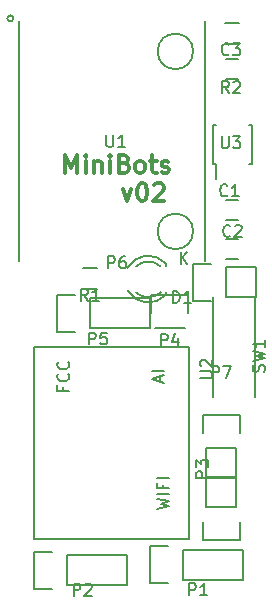
<source format=gto>
G04 #@! TF.FileFunction,Legend,Top*
%FSLAX46Y46*%
G04 Gerber Fmt 4.6, Leading zero omitted, Abs format (unit mm)*
G04 Created by KiCad (PCBNEW 4.0.2+dfsg1-stable) date Mon 26 Aug 2019 07:35:53 PM UTC*
%MOMM*%
G01*
G04 APERTURE LIST*
%ADD10C,0.100000*%
%ADD11C,0.300000*%
%ADD12C,0.150000*%
%ADD13C,0.200000*%
G04 APERTURE END LIST*
D10*
D11*
X144613857Y-82917571D02*
X144613857Y-81417571D01*
X145113857Y-82489000D01*
X145613857Y-81417571D01*
X145613857Y-82917571D01*
X146328143Y-82917571D02*
X146328143Y-81917571D01*
X146328143Y-81417571D02*
X146256714Y-81489000D01*
X146328143Y-81560429D01*
X146399571Y-81489000D01*
X146328143Y-81417571D01*
X146328143Y-81560429D01*
X147042429Y-81917571D02*
X147042429Y-82917571D01*
X147042429Y-82060429D02*
X147113857Y-81989000D01*
X147256715Y-81917571D01*
X147471000Y-81917571D01*
X147613857Y-81989000D01*
X147685286Y-82131857D01*
X147685286Y-82917571D01*
X148399572Y-82917571D02*
X148399572Y-81917571D01*
X148399572Y-81417571D02*
X148328143Y-81489000D01*
X148399572Y-81560429D01*
X148471000Y-81489000D01*
X148399572Y-81417571D01*
X148399572Y-81560429D01*
X149613858Y-82131857D02*
X149828144Y-82203286D01*
X149899572Y-82274714D01*
X149971001Y-82417571D01*
X149971001Y-82631857D01*
X149899572Y-82774714D01*
X149828144Y-82846143D01*
X149685286Y-82917571D01*
X149113858Y-82917571D01*
X149113858Y-81417571D01*
X149613858Y-81417571D01*
X149756715Y-81489000D01*
X149828144Y-81560429D01*
X149899572Y-81703286D01*
X149899572Y-81846143D01*
X149828144Y-81989000D01*
X149756715Y-82060429D01*
X149613858Y-82131857D01*
X149113858Y-82131857D01*
X150828144Y-82917571D02*
X150685286Y-82846143D01*
X150613858Y-82774714D01*
X150542429Y-82631857D01*
X150542429Y-82203286D01*
X150613858Y-82060429D01*
X150685286Y-81989000D01*
X150828144Y-81917571D01*
X151042429Y-81917571D01*
X151185286Y-81989000D01*
X151256715Y-82060429D01*
X151328144Y-82203286D01*
X151328144Y-82631857D01*
X151256715Y-82774714D01*
X151185286Y-82846143D01*
X151042429Y-82917571D01*
X150828144Y-82917571D01*
X151756715Y-81917571D02*
X152328144Y-81917571D01*
X151971001Y-81417571D02*
X151971001Y-82703286D01*
X152042429Y-82846143D01*
X152185287Y-82917571D01*
X152328144Y-82917571D01*
X152756715Y-82846143D02*
X152899572Y-82917571D01*
X153185287Y-82917571D01*
X153328144Y-82846143D01*
X153399572Y-82703286D01*
X153399572Y-82631857D01*
X153328144Y-82489000D01*
X153185287Y-82417571D01*
X152971001Y-82417571D01*
X152828144Y-82346143D01*
X152756715Y-82203286D01*
X152756715Y-82131857D01*
X152828144Y-81989000D01*
X152971001Y-81917571D01*
X153185287Y-81917571D01*
X153328144Y-81989000D01*
X149471001Y-84317571D02*
X149828144Y-85317571D01*
X150185286Y-84317571D01*
X151042429Y-83817571D02*
X151185286Y-83817571D01*
X151328143Y-83889000D01*
X151399572Y-83960429D01*
X151471001Y-84103286D01*
X151542429Y-84389000D01*
X151542429Y-84746143D01*
X151471001Y-85031857D01*
X151399572Y-85174714D01*
X151328143Y-85246143D01*
X151185286Y-85317571D01*
X151042429Y-85317571D01*
X150899572Y-85246143D01*
X150828143Y-85174714D01*
X150756715Y-85031857D01*
X150685286Y-84746143D01*
X150685286Y-84389000D01*
X150756715Y-84103286D01*
X150828143Y-83960429D01*
X150899572Y-83889000D01*
X151042429Y-83817571D01*
X152113857Y-83960429D02*
X152185286Y-83889000D01*
X152328143Y-83817571D01*
X152685286Y-83817571D01*
X152828143Y-83889000D01*
X152899572Y-83960429D01*
X152971000Y-84103286D01*
X152971000Y-84246143D01*
X152899572Y-84460429D01*
X152042429Y-85317571D01*
X152971000Y-85317571D01*
D12*
X153132400Y-90634000D02*
X153132400Y-90834000D01*
X153132400Y-93228000D02*
X153132400Y-93048000D01*
X149904656Y-92917643D02*
G75*
G03X153132400Y-93234000I1727744J1003643D01*
G01*
X150580394Y-93047068D02*
G75*
G03X152683400Y-93048000I1052006J1133068D01*
G01*
X153119620Y-90607274D02*
G75*
G03X149882400Y-90954000I-1497220J-1306726D01*
G01*
X152646289Y-90834747D02*
G75*
G03X150598400Y-90854000I-1013889J-1079253D01*
G01*
X144780000Y-117856000D02*
X149860000Y-117856000D01*
X149860000Y-117856000D02*
X149860000Y-115316000D01*
X149860000Y-115316000D02*
X144780000Y-115316000D01*
X141960000Y-115036000D02*
X143510000Y-115036000D01*
X144780000Y-115316000D02*
X144780000Y-117856000D01*
X143510000Y-118136000D02*
X141960000Y-118136000D01*
X141960000Y-118136000D02*
X141960000Y-115036000D01*
X154559000Y-117373400D02*
X159639000Y-117373400D01*
X159639000Y-117373400D02*
X159639000Y-114833400D01*
X159639000Y-114833400D02*
X154559000Y-114833400D01*
X151739000Y-114553400D02*
X153289000Y-114553400D01*
X154559000Y-114833400D02*
X154559000Y-117373400D01*
X153289000Y-117653400D02*
X151739000Y-117653400D01*
X151739000Y-117653400D02*
X151739000Y-114553400D01*
X154986320Y-93283440D02*
X154986320Y-94833440D01*
X151886320Y-94833440D02*
X151886320Y-93283440D01*
X151886320Y-93283440D02*
X154986320Y-93283440D01*
X152166320Y-96103440D02*
X154706320Y-96103440D01*
X146720560Y-96103440D02*
X151800560Y-96103440D01*
X151800560Y-96103440D02*
X151800560Y-93563440D01*
X151800560Y-93563440D02*
X146720560Y-93563440D01*
X143900560Y-93283440D02*
X145450560Y-93283440D01*
X146720560Y-93563440D02*
X146720560Y-96103440D01*
X145450560Y-96383440D02*
X143900560Y-96383440D01*
X143900560Y-96383440D02*
X143900560Y-93283440D01*
D13*
X157127000Y-93413000D02*
X157127000Y-101913000D01*
X160627000Y-93413000D02*
X160627000Y-101913000D01*
D12*
X155424000Y-87884000D02*
G75*
G03X155424000Y-87884000I-1500000J0D01*
G01*
X155424000Y-72644000D02*
G75*
G03X155424000Y-72644000I-1500000J0D01*
G01*
X140208000Y-69850000D02*
G75*
G03X140208000Y-69850000I-254000J0D01*
G01*
D13*
X156464000Y-70104000D02*
X156464000Y-90424000D01*
X140716000Y-70104000D02*
X140716000Y-90424000D01*
D12*
X159250000Y-85256000D02*
X158250000Y-85256000D01*
X158250000Y-86956000D02*
X159250000Y-86956000D01*
X159250000Y-88558000D02*
X158250000Y-88558000D01*
X158250000Y-90258000D02*
X159250000Y-90258000D01*
X159250000Y-73318000D02*
X158250000Y-73318000D01*
X158250000Y-75018000D02*
X159250000Y-75018000D01*
X158150000Y-70245000D02*
X159350000Y-70245000D01*
X159350000Y-71995000D02*
X158150000Y-71995000D01*
X157075000Y-82193000D02*
X157325000Y-82193000D01*
X157075000Y-78843000D02*
X157325000Y-78843000D01*
X160425000Y-78843000D02*
X160175000Y-78843000D01*
X160425000Y-82193000D02*
X160175000Y-82193000D01*
X157075000Y-82193000D02*
X157075000Y-78843000D01*
X160425000Y-82193000D02*
X160425000Y-78843000D01*
X157325000Y-82193000D02*
X157325000Y-83443000D01*
X147285000Y-92772200D02*
X146085000Y-92772200D01*
X146085000Y-91022200D02*
X147285000Y-91022200D01*
X158242000Y-90932000D02*
X160782000Y-90932000D01*
X155422000Y-90652000D02*
X156972000Y-90652000D01*
X158242000Y-90932000D02*
X158242000Y-93472000D01*
X156972000Y-93752000D02*
X155422000Y-93752000D01*
X155422000Y-93752000D02*
X155422000Y-90652000D01*
X158242000Y-93472000D02*
X160782000Y-93472000D01*
X160782000Y-93472000D02*
X160782000Y-90932000D01*
X159080200Y-106222800D02*
X159080200Y-108762800D01*
X159360200Y-103402800D02*
X159360200Y-104952800D01*
X159080200Y-106222800D02*
X156540200Y-106222800D01*
X156260200Y-104952800D02*
X156260200Y-103402800D01*
X156260200Y-103402800D02*
X159360200Y-103402800D01*
X156540200Y-106222800D02*
X156540200Y-108762800D01*
X156540200Y-108762800D02*
X159080200Y-108762800D01*
X156540200Y-111201200D02*
X156540200Y-108661200D01*
X156260200Y-114021200D02*
X156260200Y-112471200D01*
X156540200Y-111201200D02*
X159080200Y-111201200D01*
X159360200Y-112471200D02*
X159360200Y-114021200D01*
X159360200Y-114021200D02*
X156260200Y-114021200D01*
X159080200Y-111201200D02*
X159080200Y-108661200D01*
X159080200Y-108661200D02*
X156540200Y-108661200D01*
X141979040Y-97630840D02*
X141979040Y-113930840D01*
X141979040Y-113930840D02*
X155079040Y-113930840D01*
X155079040Y-113930840D02*
X155079040Y-97630840D01*
X155079040Y-97630840D02*
X141979040Y-97630840D01*
X153719305Y-93924381D02*
X153719305Y-92924381D01*
X153957400Y-92924381D01*
X154100258Y-92972000D01*
X154195496Y-93067238D01*
X154243115Y-93162476D01*
X154290734Y-93352952D01*
X154290734Y-93495810D01*
X154243115Y-93686286D01*
X154195496Y-93781524D01*
X154100258Y-93876762D01*
X153957400Y-93924381D01*
X153719305Y-93924381D01*
X155243115Y-93924381D02*
X154671686Y-93924381D01*
X154957400Y-93924381D02*
X154957400Y-92924381D01*
X154862162Y-93067238D01*
X154766924Y-93162476D01*
X154671686Y-93210095D01*
X154361495Y-90660381D02*
X154361495Y-89660381D01*
X154932924Y-90660381D02*
X154504352Y-90088952D01*
X154932924Y-89660381D02*
X154361495Y-90231810D01*
X155090905Y-118689381D02*
X155090905Y-117689381D01*
X155471858Y-117689381D01*
X155567096Y-117737000D01*
X155614715Y-117784619D01*
X155662334Y-117879857D01*
X155662334Y-118022714D01*
X155614715Y-118117952D01*
X155567096Y-118165571D01*
X155471858Y-118213190D01*
X155090905Y-118213190D01*
X156614715Y-118689381D02*
X156043286Y-118689381D01*
X156329000Y-118689381D02*
X156329000Y-117689381D01*
X156233762Y-117832238D01*
X156138524Y-117927476D01*
X156043286Y-117975095D01*
X145311905Y-118714781D02*
X145311905Y-117714781D01*
X145692858Y-117714781D01*
X145788096Y-117762400D01*
X145835715Y-117810019D01*
X145883334Y-117905257D01*
X145883334Y-118048114D01*
X145835715Y-118143352D01*
X145788096Y-118190971D01*
X145692858Y-118238590D01*
X145311905Y-118238590D01*
X146264286Y-117810019D02*
X146311905Y-117762400D01*
X146407143Y-117714781D01*
X146645239Y-117714781D01*
X146740477Y-117762400D01*
X146788096Y-117810019D01*
X146835715Y-117905257D01*
X146835715Y-118000495D01*
X146788096Y-118143352D01*
X146216667Y-118714781D01*
X146835715Y-118714781D01*
X152698225Y-97571821D02*
X152698225Y-96571821D01*
X153079178Y-96571821D01*
X153174416Y-96619440D01*
X153222035Y-96667059D01*
X153269654Y-96762297D01*
X153269654Y-96905154D01*
X153222035Y-97000392D01*
X153174416Y-97048011D01*
X153079178Y-97095630D01*
X152698225Y-97095630D01*
X154126797Y-96905154D02*
X154126797Y-97571821D01*
X153888701Y-96524202D02*
X153650606Y-97238488D01*
X154269654Y-97238488D01*
X146617465Y-97444821D02*
X146617465Y-96444821D01*
X146998418Y-96444821D01*
X147093656Y-96492440D01*
X147141275Y-96540059D01*
X147188894Y-96635297D01*
X147188894Y-96778154D01*
X147141275Y-96873392D01*
X147093656Y-96921011D01*
X146998418Y-96968630D01*
X146617465Y-96968630D01*
X148093656Y-96444821D02*
X147617465Y-96444821D01*
X147569846Y-96921011D01*
X147617465Y-96873392D01*
X147712703Y-96825773D01*
X147950799Y-96825773D01*
X148046037Y-96873392D01*
X148093656Y-96921011D01*
X148141275Y-97016250D01*
X148141275Y-97254345D01*
X148093656Y-97349583D01*
X148046037Y-97397202D01*
X147950799Y-97444821D01*
X147712703Y-97444821D01*
X147617465Y-97397202D01*
X147569846Y-97349583D01*
X161440762Y-99758333D02*
X161488381Y-99615476D01*
X161488381Y-99377380D01*
X161440762Y-99282142D01*
X161393143Y-99234523D01*
X161297905Y-99186904D01*
X161202667Y-99186904D01*
X161107429Y-99234523D01*
X161059810Y-99282142D01*
X161012190Y-99377380D01*
X160964571Y-99567857D01*
X160916952Y-99663095D01*
X160869333Y-99710714D01*
X160774095Y-99758333D01*
X160678857Y-99758333D01*
X160583619Y-99710714D01*
X160536000Y-99663095D01*
X160488381Y-99567857D01*
X160488381Y-99329761D01*
X160536000Y-99186904D01*
X160488381Y-98853571D02*
X161488381Y-98615476D01*
X160774095Y-98424999D01*
X161488381Y-98234523D01*
X160488381Y-97996428D01*
X161488381Y-97091666D02*
X161488381Y-97663095D01*
X161488381Y-97377381D02*
X160488381Y-97377381D01*
X160631238Y-97472619D01*
X160726476Y-97567857D01*
X160774095Y-97663095D01*
X148082095Y-79716381D02*
X148082095Y-80525905D01*
X148129714Y-80621143D01*
X148177333Y-80668762D01*
X148272571Y-80716381D01*
X148463048Y-80716381D01*
X148558286Y-80668762D01*
X148605905Y-80621143D01*
X148653524Y-80525905D01*
X148653524Y-79716381D01*
X149653524Y-80716381D02*
X149082095Y-80716381D01*
X149367809Y-80716381D02*
X149367809Y-79716381D01*
X149272571Y-79859238D01*
X149177333Y-79954476D01*
X149082095Y-80002095D01*
X158329334Y-84812143D02*
X158281715Y-84859762D01*
X158138858Y-84907381D01*
X158043620Y-84907381D01*
X157900762Y-84859762D01*
X157805524Y-84764524D01*
X157757905Y-84669286D01*
X157710286Y-84478810D01*
X157710286Y-84335952D01*
X157757905Y-84145476D01*
X157805524Y-84050238D01*
X157900762Y-83955000D01*
X158043620Y-83907381D01*
X158138858Y-83907381D01*
X158281715Y-83955000D01*
X158329334Y-84002619D01*
X159281715Y-84907381D02*
X158710286Y-84907381D01*
X158996000Y-84907381D02*
X158996000Y-83907381D01*
X158900762Y-84050238D01*
X158805524Y-84145476D01*
X158710286Y-84193095D01*
X158583334Y-88241143D02*
X158535715Y-88288762D01*
X158392858Y-88336381D01*
X158297620Y-88336381D01*
X158154762Y-88288762D01*
X158059524Y-88193524D01*
X158011905Y-88098286D01*
X157964286Y-87907810D01*
X157964286Y-87764952D01*
X158011905Y-87574476D01*
X158059524Y-87479238D01*
X158154762Y-87384000D01*
X158297620Y-87336381D01*
X158392858Y-87336381D01*
X158535715Y-87384000D01*
X158583334Y-87431619D01*
X158964286Y-87431619D02*
X159011905Y-87384000D01*
X159107143Y-87336381D01*
X159345239Y-87336381D01*
X159440477Y-87384000D01*
X159488096Y-87431619D01*
X159535715Y-87526857D01*
X159535715Y-87622095D01*
X159488096Y-87764952D01*
X158916667Y-88336381D01*
X159535715Y-88336381D01*
X158456334Y-72874143D02*
X158408715Y-72921762D01*
X158265858Y-72969381D01*
X158170620Y-72969381D01*
X158027762Y-72921762D01*
X157932524Y-72826524D01*
X157884905Y-72731286D01*
X157837286Y-72540810D01*
X157837286Y-72397952D01*
X157884905Y-72207476D01*
X157932524Y-72112238D01*
X158027762Y-72017000D01*
X158170620Y-71969381D01*
X158265858Y-71969381D01*
X158408715Y-72017000D01*
X158456334Y-72064619D01*
X158789667Y-71969381D02*
X159408715Y-71969381D01*
X159075381Y-72350333D01*
X159218239Y-72350333D01*
X159313477Y-72397952D01*
X159361096Y-72445571D01*
X159408715Y-72540810D01*
X159408715Y-72778905D01*
X159361096Y-72874143D01*
X159313477Y-72921762D01*
X159218239Y-72969381D01*
X158932524Y-72969381D01*
X158837286Y-72921762D01*
X158789667Y-72874143D01*
X158456334Y-76144381D02*
X158123000Y-75668190D01*
X157884905Y-76144381D02*
X157884905Y-75144381D01*
X158265858Y-75144381D01*
X158361096Y-75192000D01*
X158408715Y-75239619D01*
X158456334Y-75334857D01*
X158456334Y-75477714D01*
X158408715Y-75572952D01*
X158361096Y-75620571D01*
X158265858Y-75668190D01*
X157884905Y-75668190D01*
X158837286Y-75239619D02*
X158884905Y-75192000D01*
X158980143Y-75144381D01*
X159218239Y-75144381D01*
X159313477Y-75192000D01*
X159361096Y-75239619D01*
X159408715Y-75334857D01*
X159408715Y-75430095D01*
X159361096Y-75572952D01*
X158789667Y-76144381D01*
X159408715Y-76144381D01*
X157861095Y-79843381D02*
X157861095Y-80652905D01*
X157908714Y-80748143D01*
X157956333Y-80795762D01*
X158051571Y-80843381D01*
X158242048Y-80843381D01*
X158337286Y-80795762D01*
X158384905Y-80748143D01*
X158432524Y-80652905D01*
X158432524Y-79843381D01*
X158813476Y-79843381D02*
X159432524Y-79843381D01*
X159099190Y-80224333D01*
X159242048Y-80224333D01*
X159337286Y-80271952D01*
X159384905Y-80319571D01*
X159432524Y-80414810D01*
X159432524Y-80652905D01*
X159384905Y-80748143D01*
X159337286Y-80795762D01*
X159242048Y-80843381D01*
X158956333Y-80843381D01*
X158861095Y-80795762D01*
X158813476Y-80748143D01*
X146518334Y-93746581D02*
X146185000Y-93270390D01*
X145946905Y-93746581D02*
X145946905Y-92746581D01*
X146327858Y-92746581D01*
X146423096Y-92794200D01*
X146470715Y-92841819D01*
X146518334Y-92937057D01*
X146518334Y-93079914D01*
X146470715Y-93175152D01*
X146423096Y-93222771D01*
X146327858Y-93270390D01*
X145946905Y-93270390D01*
X147470715Y-93746581D02*
X146899286Y-93746581D01*
X147185000Y-93746581D02*
X147185000Y-92746581D01*
X147089762Y-92889438D01*
X146994524Y-92984676D01*
X146899286Y-93032295D01*
X148232905Y-91003381D02*
X148232905Y-90003381D01*
X148613858Y-90003381D01*
X148709096Y-90051000D01*
X148756715Y-90098619D01*
X148804334Y-90193857D01*
X148804334Y-90336714D01*
X148756715Y-90431952D01*
X148709096Y-90479571D01*
X148613858Y-90527190D01*
X148232905Y-90527190D01*
X149661477Y-90003381D02*
X149471000Y-90003381D01*
X149375762Y-90051000D01*
X149328143Y-90098619D01*
X149232905Y-90241476D01*
X149185286Y-90431952D01*
X149185286Y-90812905D01*
X149232905Y-90908143D01*
X149280524Y-90955762D01*
X149375762Y-91003381D01*
X149566239Y-91003381D01*
X149661477Y-90955762D01*
X149709096Y-90908143D01*
X149756715Y-90812905D01*
X149756715Y-90574810D01*
X149709096Y-90479571D01*
X149661477Y-90431952D01*
X149566239Y-90384333D01*
X149375762Y-90384333D01*
X149280524Y-90431952D01*
X149232905Y-90479571D01*
X149185286Y-90574810D01*
X157072105Y-100305181D02*
X157072105Y-99305181D01*
X157453058Y-99305181D01*
X157548296Y-99352800D01*
X157595915Y-99400419D01*
X157643534Y-99495657D01*
X157643534Y-99638514D01*
X157595915Y-99733752D01*
X157548296Y-99781371D01*
X157453058Y-99828990D01*
X157072105Y-99828990D01*
X157976867Y-99305181D02*
X158643534Y-99305181D01*
X158214962Y-100305181D01*
X156692861Y-108754135D02*
X155692861Y-108754135D01*
X155692861Y-108373182D01*
X155740480Y-108277944D01*
X155788099Y-108230325D01*
X155883337Y-108182706D01*
X156026194Y-108182706D01*
X156121432Y-108230325D01*
X156169051Y-108277944D01*
X156216670Y-108373182D01*
X156216670Y-108754135D01*
X155692861Y-107849373D02*
X155692861Y-107230325D01*
X156073813Y-107563659D01*
X156073813Y-107420801D01*
X156121432Y-107325563D01*
X156169051Y-107277944D01*
X156264290Y-107230325D01*
X156502385Y-107230325D01*
X156597623Y-107277944D01*
X156645242Y-107325563D01*
X156692861Y-107420801D01*
X156692861Y-107706516D01*
X156645242Y-107801754D01*
X156597623Y-107849373D01*
X156031421Y-100312745D02*
X156840945Y-100312745D01*
X156936183Y-100265126D01*
X156983802Y-100217507D01*
X157031421Y-100122269D01*
X157031421Y-99931792D01*
X156983802Y-99836554D01*
X156936183Y-99788935D01*
X156840945Y-99741316D01*
X156031421Y-99741316D01*
X156126659Y-99312745D02*
X156079040Y-99265126D01*
X156031421Y-99169888D01*
X156031421Y-98931792D01*
X156079040Y-98836554D01*
X156126659Y-98788935D01*
X156221897Y-98741316D01*
X156317135Y-98741316D01*
X156459992Y-98788935D01*
X157031421Y-99360364D01*
X157031421Y-98741316D01*
X152645707Y-100607030D02*
X152645707Y-100130839D01*
X152931421Y-100702268D02*
X151931421Y-100368935D01*
X152931421Y-100035601D01*
X152931421Y-99702268D02*
X151931421Y-99702268D01*
X152381421Y-111364173D02*
X153381421Y-111126078D01*
X152667135Y-110935601D01*
X153381421Y-110745125D01*
X152381421Y-110507030D01*
X153381421Y-110126078D02*
X152381421Y-110126078D01*
X152857611Y-109316554D02*
X152857611Y-109649888D01*
X153381421Y-109649888D02*
X152381421Y-109649888D01*
X152381421Y-109173697D01*
X153381421Y-108792745D02*
X152381421Y-108792745D01*
X144407611Y-101037982D02*
X144407611Y-101371316D01*
X144931421Y-101371316D02*
X143931421Y-101371316D01*
X143931421Y-100895125D01*
X144836183Y-99942744D02*
X144883802Y-99990363D01*
X144931421Y-100133220D01*
X144931421Y-100228458D01*
X144883802Y-100371316D01*
X144788564Y-100466554D01*
X144693326Y-100514173D01*
X144502850Y-100561792D01*
X144359992Y-100561792D01*
X144169516Y-100514173D01*
X144074278Y-100466554D01*
X143979040Y-100371316D01*
X143931421Y-100228458D01*
X143931421Y-100133220D01*
X143979040Y-99990363D01*
X144026659Y-99942744D01*
X144836183Y-98942744D02*
X144883802Y-98990363D01*
X144931421Y-99133220D01*
X144931421Y-99228458D01*
X144883802Y-99371316D01*
X144788564Y-99466554D01*
X144693326Y-99514173D01*
X144502850Y-99561792D01*
X144359992Y-99561792D01*
X144169516Y-99514173D01*
X144074278Y-99466554D01*
X143979040Y-99371316D01*
X143931421Y-99228458D01*
X143931421Y-99133220D01*
X143979040Y-98990363D01*
X144026659Y-98942744D01*
M02*

</source>
